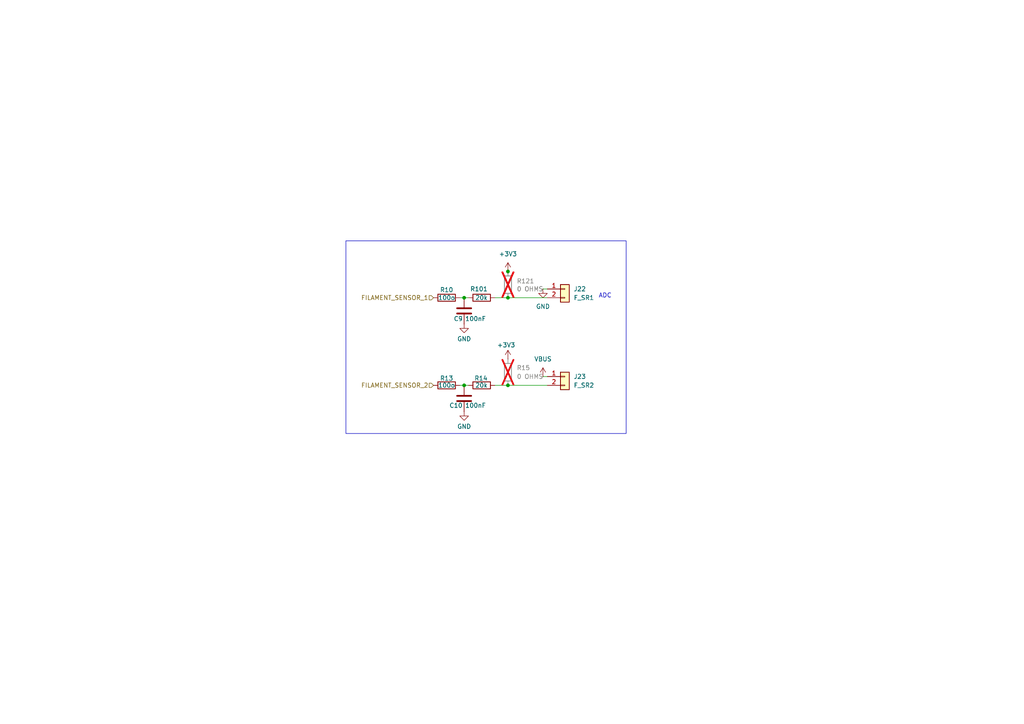
<source format=kicad_sch>
(kicad_sch (version 20250114) (generator "eeschema") (generator_version "9.0")
  (paper "A4")
  (lib_symbols
    (symbol "Connector_Generic:Conn_01x02" (pin_names (offset 1.016) (hide yes))
      (property "Reference" "J" (at 0 2.54 0))
      (property "Value" "Conn_01x02" (at 0 -5.08 0))
      (symbol "Conn_01x02_1_1"
        (rectangle (start -1.27 1.27) (end 1.27 -3.81) (stroke (width 0.254)) (fill (type background)))
        (rectangle (start -1.27 0.127) (end 0 -0.127) (stroke (width 0.1524)))
        (rectangle (start -1.27 -2.413) (end 0 -2.667) (stroke (width 0.1524)))
        (pin passive line (at -5.08 0 0) (length 3.81) (name "Pin_1") (number "1"))
        (pin passive line (at -5.08 -2.54 0) (length 3.81) (name "Pin_2") (number "2"))
      )
    )
    (symbol "Device:C" (pin_numbers (hide yes)) (pin_names (offset 0.254))
      (property "Reference" "C" (at 0.635 2.54 0))
      (property "Value" "C" (at 0.635 -2.54 0))
      (symbol "C_0_1"
        (polyline (pts (xy -2.032 0.762) (xy 2.032 0.762)) (stroke (width 0.508)))
        (polyline (pts (xy -2.032 -0.762) (xy 2.032 -0.762)) (stroke (width 0.508)))
      )
      (symbol "C_1_1"
        (pin passive line (at 0 3.81 270) (length 2.794) (name "~") (number "1"))
        (pin passive line (at 0 -3.81 90) (length 2.794) (name "~") (number "2"))
      )
    )
    (symbol "Device:R" (pin_numbers (hide yes)) (pin_names (offset 0))
      (property "Reference" "R" (at 2.032 0 90))
      (property "Value" "R" (at 0 0 90))
      (symbol "R_0_1"
        (rectangle (start -1.016 -2.54) (end 1.016 2.54) (stroke (width 0.254)))
      )
      (symbol "R_1_1"
        (pin passive line (at 0 3.81 270) (length 1.27) (name "~") (number "1"))
        (pin passive line (at 0 -3.81 90) (length 1.27) (name "~") (number "2"))
      )
    )
    (symbol "power:+3V3" (power) (pin_numbers (hide yes)) (pin_names (offset 0) (hide yes))
      (property "Value" "+3V3" (at 0 3.556 0))
      (symbol "+3V3_0_1"
        (polyline (pts (xy -0.762 1.27) (xy 0 2.54)))
        (polyline (pts (xy 0 2.54) (xy 0.762 1.27)))
        (polyline (pts (xy 0 0) (xy 0 2.54)))
      )
      (symbol "+3V3_1_1"
        (pin power_in line (at 0 0 90) (length 0) (name "~") (number "1"))
      )
    )
    (symbol "power:GND" (power) (pin_numbers (hide yes)) (pin_names (offset 0) (hide yes))
      (property "Value" "GND" (at 0 -3.81 0))
      (symbol "GND_0_1"
        (polyline (pts (xy 0 0) (xy 0 -1.27) (xy 1.27 -1.27) (xy 0 -2.54) (xy -1.27 -1.27) (xy 0 -1.27)))
      )
      (symbol "GND_1_1"
        (pin power_in line (at 0 0 270) (length 0) (name "~") (number "1"))
      )
    )
    (symbol "power:GND3" (power) (pin_numbers (hide yes)) (pin_names (offset 0) (hide yes))
      (property "Value" "GND3" (at 0 -3.81 0))
      (symbol "GND3_0_1"
        (polyline (pts (xy 0 0) (xy 0 -1.27) (xy 1.27 -1.27) (xy 0 -2.54) (xy -1.27 -1.27) (xy 0 -1.27)))
      )
      (symbol "GND3_1_1"
        (pin power_in line (at 0 0 270) (length 0) (name "~") (number "1"))
      )
    )
    (symbol "power:VBUS" (power) (pin_numbers (hide yes)) (pin_names (offset 0) (hide yes))
      (property "Value" "VBUS" (at 0 3.556 0))
      (symbol "VBUS_0_1"
        (polyline (pts (xy -0.762 1.27) (xy 0 2.54)))
        (polyline (pts (xy 0 2.54) (xy 0.762 1.27)))
        (polyline (pts (xy 0 0) (xy 0 2.54)))
      )
      (symbol "VBUS_1_1"
        (pin power_in line (at 0 0 90) (length 0) (name "~") (number "1"))
      )
    )
  )
  (rectangle (start 100.33 69.85) (end 181.61 125.73))
  (text "ADC" (at 175.514 85.852 0) (effects (font (size 1.27 1.27))))
  (junction (at 147.32 86.36))
  (junction (at 147.32 111.76))
  (junction (at 147.32 78.74))
  (junction (at 134.62 111.76))
  (junction (at 134.62 86.36))
  (wire (pts (xy 133.35 111.76) (xy 134.62 111.76)))
  (wire (pts (xy 134.62 86.36) (xy 135.89 86.36)))
  (wire (pts (xy 157.48 83.82) (xy 158.75 83.82)))
  (wire (pts (xy 158.75 109.22) (xy 157.48 109.22)))
  (wire (pts (xy 147.32 111.76) (xy 158.75 111.76)))
  (wire (pts (xy 134.62 111.76) (xy 135.89 111.76)))
  (wire (pts (xy 133.35 86.36) (xy 134.62 86.36)))
  (wire (pts (xy 147.32 86.36) (xy 158.75 86.36)))
  (wire (pts (xy 143.51 111.76) (xy 147.32 111.76)))
  (wire (pts (xy 143.51 86.36) (xy 147.32 86.36)))
  (hierarchical_label "FILAMENT_SENSOR_1" (shape input) (at 125.73 86.36 180))
  (hierarchical_label "FILAMENT_SENSOR_2" (shape input) (at 125.73 111.76 180))
  (symbol (lib_id "power:GND3") (at 134.62 93.98 0) (unit 1)
    (property "Reference" "#PWR044" (effects (hide yes)))
    (property "Value" "GND" (at 134.62 98.298 0))
    (property "Description" "Power symbol creates a global label with name \"GND3\" , ground" (effects (hide yes)))
  )
  (symbol (lib_id "Device:C") (at 134.62 90.17 0) (unit 1)
    (property "Reference" "C9" (at 131.572 92.456 0) (effects (justify left)))
    (property "Value" "100nF" (at 134.874 92.456 0) (effects (justify left)))
    (property "Footprint" "Capacitor_SMD:C_0402_1005Metric" (effects (hide yes)))
    (property "Description" "Unpolarized capacitor" (effects (hide yes)))
  )
  (symbol (lib_id "Device:R") (at 129.54 86.36 90) (unit 1)
    (property "Reference" "R10" (at 129.54 84.074 90))
    (property "Value" "100o" (at 129.54 86.36 90))
    (property "Footprint" "Resistor_SMD:R_0402_1005Metric" (effects (hide yes)))
    (property "Description" "Resistor" (effects (hide yes)))
  )
  (symbol (lib_id "power:VBUS") (at 157.48 109.22 0) (unit 1)
    (property "Reference" "#PWR048" (effects (hide yes)))
    (property "Value" "VBUS" (at 157.48 104.14 0))
    (property "Description" "Power symbol creates a global label with name \"VBUS\"" (effects (hide yes)))
  )
  (symbol (lib_id "Connector_Generic:Conn_01x02") (at 163.83 83.82 0) (unit 1) (in_bom no)
    (property "Reference" "J22" (at 166.37 83.8199 0) (effects (justify left)))
    (property "Value" "F_SR1" (at 166.37 86.3599 0) (effects (justify left)))
    (property "Footprint" "Connector_JST:JST_XH_B2B-XH-A_1x02_P2.50mm_Vertical" (effects (hide yes)))
    (property "Description" "Generic connector, single row, 01x02, script generated (kicad-library-utils/schlib/autogen/connector/)" (effects (hide yes)))
  )
  (symbol (lib_id "power:GND3") (at 134.62 119.38 0) (unit 1)
    (property "Reference" "#PWR045" (effects (hide yes)))
    (property "Value" "GND" (at 134.62 123.698 0))
    (property "Description" "Power symbol creates a global label with name \"GND3\" , ground" (effects (hide yes)))
  )
  (symbol (lib_id "power:+3V3") (at 147.32 78.74 0) (unit 1)
    (property "Reference" "#PWR047" (effects (hide yes)))
    (property "Value" "+3V3" (at 147.32 73.66 0))
    (property "Description" "Power symbol creates a global label with name \"+3V3\"" (effects (hide yes)))
  )
  (symbol (lib_id "power:GND") (at 157.48 83.82 0) (unit 1)
    (property "Reference" "#PWR049" (effects (hide yes)))
    (property "Value" "GND" (at 157.48 88.9 0))
    (property "Description" "Power symbol creates a global label with name \"GND\" , ground" (effects (hide yes)))
  )
  (symbol (lib_id "Device:R") (at 147.32 82.55 0) (unit 1) (exclude_from_sim yes) (in_bom no) (on_board no) (dnp yes)
    (property "Reference" "R12" (effects (hide yes)))
    (property "Value" "0 OHMS" (at 149.86 83.8199 0) (effects (justify left)))
    (property "Description" "Resistor" (effects (hide yes)))
  )
  (symbol (lib_id "Device:R") (at 129.54 111.76 90) (unit 1)
    (property "Reference" "R13" (at 129.54 109.728 90))
    (property "Value" "100o" (at 129.54 111.76 90))
    (property "Footprint" "Resistor_SMD:R_0402_1005Metric" (effects (hide yes)))
    (property "Description" "Resistor" (effects (hide yes)))
  )
  (symbol (lib_id "Device:R") (at 139.7 86.36 90) (unit 1)
    (property "Reference" "R101" (at 141.478 83.82 90) (effects (justify left)))
    (property "Value" "20k" (at 141.478 86.36 90) (effects (justify left)))
    (property "Footprint" "Resistor_SMD:R_0402_1005Metric" (effects (hide yes)))
    (property "Description" "Resistor" (effects (hide yes)))
  )
  (symbol (lib_id "power:+3V3") (at 147.32 104.14 0) (unit 1)
    (property "Reference" "#PWR046" (effects (hide yes)))
    (property "Value" "+3V3" (at 146.812 100.076 0))
    (property "Description" "Power symbol creates a global label with name \"+3V3\"" (effects (hide yes)))
  )
  (symbol (lib_id "Device:R") (at 147.32 82.55 0) (unit 1) (exclude_from_sim yes) (in_bom no) (on_board no) (dnp yes)
    (property "Reference" "R121" (at 149.86 81.534 0) (effects (justify left)))
    (property "Value" "0 OHMS" (at 149.86 83.8199 0) (effects (justify left)))
    (property "Description" "Resistor" (effects (hide yes)))
  )
  (symbol (lib_id "Device:C") (at 134.62 115.57 0) (unit 1)
    (property "Reference" "C10" (at 130.302 117.602 0) (effects (justify left)))
    (property "Value" "100nF" (at 134.874 117.602 0) (effects (justify left)))
    (property "Footprint" "Capacitor_SMD:C_0402_1005Metric" (effects (hide yes)))
    (property "Description" "Unpolarized capacitor" (effects (hide yes)))
  )
  (symbol (lib_id "Device:R") (at 147.32 107.95 0) (unit 1) (exclude_from_sim yes) (in_bom no) (on_board no) (dnp yes)
    (property "Reference" "R15" (at 149.86 106.6799 0) (effects (justify left)))
    (property "Value" "0 OHMS" (at 149.86 109.2199 0) (effects (justify left)))
    (property "Description" "Resistor" (effects (hide yes)))
  )
  (symbol (lib_id "Connector_Generic:Conn_01x02") (at 163.83 109.22 0) (unit 1) (in_bom no)
    (property "Reference" "J23" (at 166.37 109.2199 0) (effects (justify left)))
    (property "Value" "F_SR2" (at 166.37 111.7599 0) (effects (justify left)))
    (property "Footprint" "Connector_JST:JST_XH_B2B-XH-A_1x02_P2.50mm_Vertical" (effects (hide yes)))
    (property "Description" "Generic connector, single row, 01x02, script generated (kicad-library-utils/schlib/autogen/connector/)" (effects (hide yes)))
  )
  (symbol (lib_id "Device:R") (at 139.7 111.76 90) (unit 1)
    (property "Reference" "R14" (at 141.478 109.728 90) (effects (justify left)))
    (property "Value" "20k" (at 141.478 111.76 90) (effects (justify left)))
    (property "Footprint" "Resistor_SMD:R_0402_1005Metric" (effects (hide yes)))
    (property "Description" "Resistor" (effects (hide yes)))
  )
)
</source>
